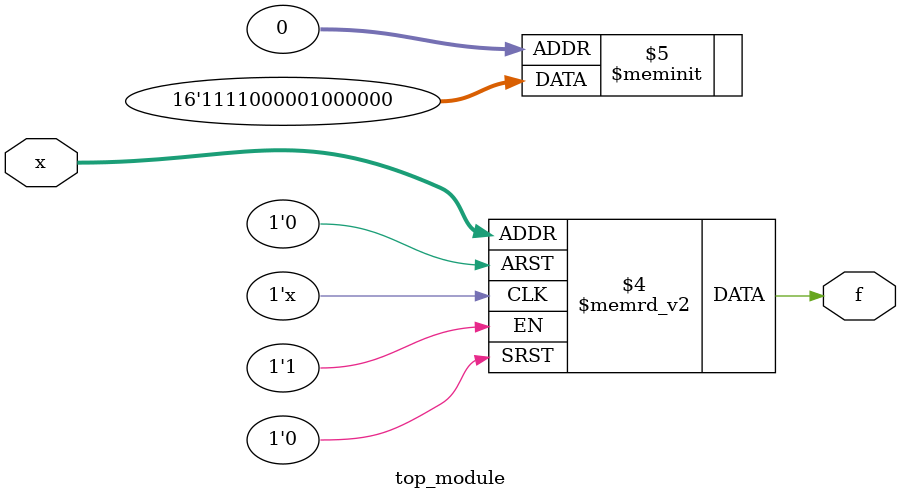
<source format=sv>
module top_module (
    input [4:1] x,
    output logic f
);

    always_comb begin
        case (x)
            4'b0001, 4'b0100, 4'b1010: f = 1'b0; // Make sure to include only defined 0s
            4'b1100, 4'b1101, 4'b1110, 4'b1111, 4'b0110: f = 1'b1; // Include only defined 1s
            4'b0011: f = 1'b0; // Correcting specific don't-care that should be 0
            default: f = 1'b0; // Handle remaining don’t-cares, default to 0
        endcase
    end

endmodule

</source>
